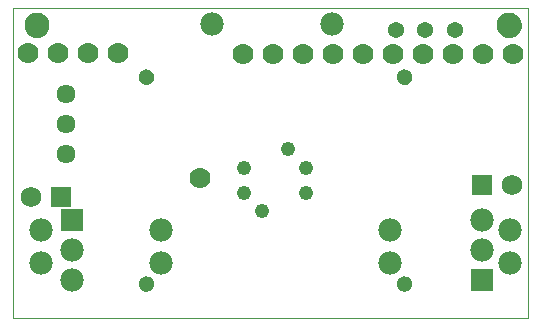
<source format=gbs>
G75*
%MOIN*%
%OFA0B0*%
%FSLAX25Y25*%
%IPPOS*%
%LPD*%
%AMOC8*
5,1,8,0,0,1.08239X$1,22.5*
%
%ADD10C,0.00000*%
%ADD11C,0.05124*%
%ADD12C,0.08274*%
%ADD13C,0.07000*%
%ADD14C,0.07800*%
%ADD15C,0.04762*%
%ADD16C,0.06337*%
%ADD17C,0.05400*%
%ADD18R,0.06900X0.06900*%
%ADD19C,0.06900*%
%ADD20R,0.07800X0.07800*%
D10*
X0003246Y0001374D02*
X0175057Y0001374D01*
X0175057Y0104917D01*
X0003246Y0104917D01*
X0003246Y0001374D01*
X0045246Y0012917D02*
X0045248Y0013014D01*
X0045254Y0013111D01*
X0045264Y0013207D01*
X0045278Y0013303D01*
X0045296Y0013399D01*
X0045317Y0013493D01*
X0045343Y0013587D01*
X0045372Y0013679D01*
X0045406Y0013770D01*
X0045442Y0013860D01*
X0045483Y0013948D01*
X0045527Y0014034D01*
X0045575Y0014119D01*
X0045626Y0014201D01*
X0045680Y0014282D01*
X0045738Y0014360D01*
X0045799Y0014435D01*
X0045862Y0014508D01*
X0045929Y0014579D01*
X0045999Y0014646D01*
X0046071Y0014711D01*
X0046146Y0014772D01*
X0046224Y0014831D01*
X0046303Y0014886D01*
X0046385Y0014938D01*
X0046469Y0014986D01*
X0046555Y0015031D01*
X0046643Y0015073D01*
X0046732Y0015111D01*
X0046823Y0015145D01*
X0046915Y0015175D01*
X0047008Y0015202D01*
X0047103Y0015224D01*
X0047198Y0015243D01*
X0047294Y0015258D01*
X0047390Y0015269D01*
X0047487Y0015276D01*
X0047584Y0015279D01*
X0047681Y0015278D01*
X0047778Y0015273D01*
X0047874Y0015264D01*
X0047970Y0015251D01*
X0048066Y0015234D01*
X0048161Y0015213D01*
X0048254Y0015189D01*
X0048347Y0015160D01*
X0048439Y0015128D01*
X0048529Y0015092D01*
X0048617Y0015053D01*
X0048704Y0015009D01*
X0048789Y0014963D01*
X0048872Y0014912D01*
X0048953Y0014859D01*
X0049031Y0014802D01*
X0049108Y0014742D01*
X0049181Y0014679D01*
X0049252Y0014613D01*
X0049320Y0014544D01*
X0049386Y0014472D01*
X0049448Y0014398D01*
X0049507Y0014321D01*
X0049563Y0014242D01*
X0049616Y0014160D01*
X0049666Y0014077D01*
X0049711Y0013991D01*
X0049754Y0013904D01*
X0049793Y0013815D01*
X0049828Y0013725D01*
X0049859Y0013633D01*
X0049886Y0013540D01*
X0049910Y0013446D01*
X0049930Y0013351D01*
X0049946Y0013255D01*
X0049958Y0013159D01*
X0049966Y0013062D01*
X0049970Y0012965D01*
X0049970Y0012869D01*
X0049966Y0012772D01*
X0049958Y0012675D01*
X0049946Y0012579D01*
X0049930Y0012483D01*
X0049910Y0012388D01*
X0049886Y0012294D01*
X0049859Y0012201D01*
X0049828Y0012109D01*
X0049793Y0012019D01*
X0049754Y0011930D01*
X0049711Y0011843D01*
X0049666Y0011757D01*
X0049616Y0011674D01*
X0049563Y0011592D01*
X0049507Y0011513D01*
X0049448Y0011436D01*
X0049386Y0011362D01*
X0049320Y0011290D01*
X0049252Y0011221D01*
X0049181Y0011155D01*
X0049108Y0011092D01*
X0049031Y0011032D01*
X0048953Y0010975D01*
X0048872Y0010922D01*
X0048789Y0010871D01*
X0048704Y0010825D01*
X0048617Y0010781D01*
X0048529Y0010742D01*
X0048439Y0010706D01*
X0048347Y0010674D01*
X0048254Y0010645D01*
X0048161Y0010621D01*
X0048066Y0010600D01*
X0047970Y0010583D01*
X0047874Y0010570D01*
X0047778Y0010561D01*
X0047681Y0010556D01*
X0047584Y0010555D01*
X0047487Y0010558D01*
X0047390Y0010565D01*
X0047294Y0010576D01*
X0047198Y0010591D01*
X0047103Y0010610D01*
X0047008Y0010632D01*
X0046915Y0010659D01*
X0046823Y0010689D01*
X0046732Y0010723D01*
X0046643Y0010761D01*
X0046555Y0010803D01*
X0046469Y0010848D01*
X0046385Y0010896D01*
X0046303Y0010948D01*
X0046224Y0011003D01*
X0046146Y0011062D01*
X0046071Y0011123D01*
X0045999Y0011188D01*
X0045929Y0011255D01*
X0045862Y0011326D01*
X0045799Y0011399D01*
X0045738Y0011474D01*
X0045680Y0011552D01*
X0045626Y0011633D01*
X0045575Y0011715D01*
X0045527Y0011800D01*
X0045483Y0011886D01*
X0045442Y0011974D01*
X0045406Y0012064D01*
X0045372Y0012155D01*
X0045343Y0012247D01*
X0045317Y0012341D01*
X0045296Y0012435D01*
X0045278Y0012531D01*
X0045264Y0012627D01*
X0045254Y0012723D01*
X0045248Y0012820D01*
X0045246Y0012917D01*
X0131270Y0012917D02*
X0131272Y0013014D01*
X0131278Y0013111D01*
X0131288Y0013207D01*
X0131302Y0013303D01*
X0131320Y0013399D01*
X0131341Y0013493D01*
X0131367Y0013587D01*
X0131396Y0013679D01*
X0131430Y0013770D01*
X0131466Y0013860D01*
X0131507Y0013948D01*
X0131551Y0014034D01*
X0131599Y0014119D01*
X0131650Y0014201D01*
X0131704Y0014282D01*
X0131762Y0014360D01*
X0131823Y0014435D01*
X0131886Y0014508D01*
X0131953Y0014579D01*
X0132023Y0014646D01*
X0132095Y0014711D01*
X0132170Y0014772D01*
X0132248Y0014831D01*
X0132327Y0014886D01*
X0132409Y0014938D01*
X0132493Y0014986D01*
X0132579Y0015031D01*
X0132667Y0015073D01*
X0132756Y0015111D01*
X0132847Y0015145D01*
X0132939Y0015175D01*
X0133032Y0015202D01*
X0133127Y0015224D01*
X0133222Y0015243D01*
X0133318Y0015258D01*
X0133414Y0015269D01*
X0133511Y0015276D01*
X0133608Y0015279D01*
X0133705Y0015278D01*
X0133802Y0015273D01*
X0133898Y0015264D01*
X0133994Y0015251D01*
X0134090Y0015234D01*
X0134185Y0015213D01*
X0134278Y0015189D01*
X0134371Y0015160D01*
X0134463Y0015128D01*
X0134553Y0015092D01*
X0134641Y0015053D01*
X0134728Y0015009D01*
X0134813Y0014963D01*
X0134896Y0014912D01*
X0134977Y0014859D01*
X0135055Y0014802D01*
X0135132Y0014742D01*
X0135205Y0014679D01*
X0135276Y0014613D01*
X0135344Y0014544D01*
X0135410Y0014472D01*
X0135472Y0014398D01*
X0135531Y0014321D01*
X0135587Y0014242D01*
X0135640Y0014160D01*
X0135690Y0014077D01*
X0135735Y0013991D01*
X0135778Y0013904D01*
X0135817Y0013815D01*
X0135852Y0013725D01*
X0135883Y0013633D01*
X0135910Y0013540D01*
X0135934Y0013446D01*
X0135954Y0013351D01*
X0135970Y0013255D01*
X0135982Y0013159D01*
X0135990Y0013062D01*
X0135994Y0012965D01*
X0135994Y0012869D01*
X0135990Y0012772D01*
X0135982Y0012675D01*
X0135970Y0012579D01*
X0135954Y0012483D01*
X0135934Y0012388D01*
X0135910Y0012294D01*
X0135883Y0012201D01*
X0135852Y0012109D01*
X0135817Y0012019D01*
X0135778Y0011930D01*
X0135735Y0011843D01*
X0135690Y0011757D01*
X0135640Y0011674D01*
X0135587Y0011592D01*
X0135531Y0011513D01*
X0135472Y0011436D01*
X0135410Y0011362D01*
X0135344Y0011290D01*
X0135276Y0011221D01*
X0135205Y0011155D01*
X0135132Y0011092D01*
X0135055Y0011032D01*
X0134977Y0010975D01*
X0134896Y0010922D01*
X0134813Y0010871D01*
X0134728Y0010825D01*
X0134641Y0010781D01*
X0134553Y0010742D01*
X0134463Y0010706D01*
X0134371Y0010674D01*
X0134278Y0010645D01*
X0134185Y0010621D01*
X0134090Y0010600D01*
X0133994Y0010583D01*
X0133898Y0010570D01*
X0133802Y0010561D01*
X0133705Y0010556D01*
X0133608Y0010555D01*
X0133511Y0010558D01*
X0133414Y0010565D01*
X0133318Y0010576D01*
X0133222Y0010591D01*
X0133127Y0010610D01*
X0133032Y0010632D01*
X0132939Y0010659D01*
X0132847Y0010689D01*
X0132756Y0010723D01*
X0132667Y0010761D01*
X0132579Y0010803D01*
X0132493Y0010848D01*
X0132409Y0010896D01*
X0132327Y0010948D01*
X0132248Y0011003D01*
X0132170Y0011062D01*
X0132095Y0011123D01*
X0132023Y0011188D01*
X0131953Y0011255D01*
X0131886Y0011326D01*
X0131823Y0011399D01*
X0131762Y0011474D01*
X0131704Y0011552D01*
X0131650Y0011633D01*
X0131599Y0011715D01*
X0131551Y0011800D01*
X0131507Y0011886D01*
X0131466Y0011974D01*
X0131430Y0012064D01*
X0131396Y0012155D01*
X0131367Y0012247D01*
X0131341Y0012341D01*
X0131320Y0012435D01*
X0131302Y0012531D01*
X0131288Y0012627D01*
X0131278Y0012723D01*
X0131272Y0012820D01*
X0131270Y0012917D01*
X0131270Y0081815D02*
X0131272Y0081912D01*
X0131278Y0082009D01*
X0131288Y0082105D01*
X0131302Y0082201D01*
X0131320Y0082297D01*
X0131341Y0082391D01*
X0131367Y0082485D01*
X0131396Y0082577D01*
X0131430Y0082668D01*
X0131466Y0082758D01*
X0131507Y0082846D01*
X0131551Y0082932D01*
X0131599Y0083017D01*
X0131650Y0083099D01*
X0131704Y0083180D01*
X0131762Y0083258D01*
X0131823Y0083333D01*
X0131886Y0083406D01*
X0131953Y0083477D01*
X0132023Y0083544D01*
X0132095Y0083609D01*
X0132170Y0083670D01*
X0132248Y0083729D01*
X0132327Y0083784D01*
X0132409Y0083836D01*
X0132493Y0083884D01*
X0132579Y0083929D01*
X0132667Y0083971D01*
X0132756Y0084009D01*
X0132847Y0084043D01*
X0132939Y0084073D01*
X0133032Y0084100D01*
X0133127Y0084122D01*
X0133222Y0084141D01*
X0133318Y0084156D01*
X0133414Y0084167D01*
X0133511Y0084174D01*
X0133608Y0084177D01*
X0133705Y0084176D01*
X0133802Y0084171D01*
X0133898Y0084162D01*
X0133994Y0084149D01*
X0134090Y0084132D01*
X0134185Y0084111D01*
X0134278Y0084087D01*
X0134371Y0084058D01*
X0134463Y0084026D01*
X0134553Y0083990D01*
X0134641Y0083951D01*
X0134728Y0083907D01*
X0134813Y0083861D01*
X0134896Y0083810D01*
X0134977Y0083757D01*
X0135055Y0083700D01*
X0135132Y0083640D01*
X0135205Y0083577D01*
X0135276Y0083511D01*
X0135344Y0083442D01*
X0135410Y0083370D01*
X0135472Y0083296D01*
X0135531Y0083219D01*
X0135587Y0083140D01*
X0135640Y0083058D01*
X0135690Y0082975D01*
X0135735Y0082889D01*
X0135778Y0082802D01*
X0135817Y0082713D01*
X0135852Y0082623D01*
X0135883Y0082531D01*
X0135910Y0082438D01*
X0135934Y0082344D01*
X0135954Y0082249D01*
X0135970Y0082153D01*
X0135982Y0082057D01*
X0135990Y0081960D01*
X0135994Y0081863D01*
X0135994Y0081767D01*
X0135990Y0081670D01*
X0135982Y0081573D01*
X0135970Y0081477D01*
X0135954Y0081381D01*
X0135934Y0081286D01*
X0135910Y0081192D01*
X0135883Y0081099D01*
X0135852Y0081007D01*
X0135817Y0080917D01*
X0135778Y0080828D01*
X0135735Y0080741D01*
X0135690Y0080655D01*
X0135640Y0080572D01*
X0135587Y0080490D01*
X0135531Y0080411D01*
X0135472Y0080334D01*
X0135410Y0080260D01*
X0135344Y0080188D01*
X0135276Y0080119D01*
X0135205Y0080053D01*
X0135132Y0079990D01*
X0135055Y0079930D01*
X0134977Y0079873D01*
X0134896Y0079820D01*
X0134813Y0079769D01*
X0134728Y0079723D01*
X0134641Y0079679D01*
X0134553Y0079640D01*
X0134463Y0079604D01*
X0134371Y0079572D01*
X0134278Y0079543D01*
X0134185Y0079519D01*
X0134090Y0079498D01*
X0133994Y0079481D01*
X0133898Y0079468D01*
X0133802Y0079459D01*
X0133705Y0079454D01*
X0133608Y0079453D01*
X0133511Y0079456D01*
X0133414Y0079463D01*
X0133318Y0079474D01*
X0133222Y0079489D01*
X0133127Y0079508D01*
X0133032Y0079530D01*
X0132939Y0079557D01*
X0132847Y0079587D01*
X0132756Y0079621D01*
X0132667Y0079659D01*
X0132579Y0079701D01*
X0132493Y0079746D01*
X0132409Y0079794D01*
X0132327Y0079846D01*
X0132248Y0079901D01*
X0132170Y0079960D01*
X0132095Y0080021D01*
X0132023Y0080086D01*
X0131953Y0080153D01*
X0131886Y0080224D01*
X0131823Y0080297D01*
X0131762Y0080372D01*
X0131704Y0080450D01*
X0131650Y0080531D01*
X0131599Y0080613D01*
X0131551Y0080698D01*
X0131507Y0080784D01*
X0131466Y0080872D01*
X0131430Y0080962D01*
X0131396Y0081053D01*
X0131367Y0081145D01*
X0131341Y0081239D01*
X0131320Y0081333D01*
X0131302Y0081429D01*
X0131288Y0081525D01*
X0131278Y0081621D01*
X0131272Y0081718D01*
X0131270Y0081815D01*
X0164663Y0099012D02*
X0164665Y0099137D01*
X0164671Y0099262D01*
X0164681Y0099386D01*
X0164695Y0099510D01*
X0164712Y0099634D01*
X0164734Y0099757D01*
X0164760Y0099879D01*
X0164789Y0100001D01*
X0164822Y0100121D01*
X0164860Y0100240D01*
X0164900Y0100359D01*
X0164945Y0100475D01*
X0164993Y0100590D01*
X0165045Y0100704D01*
X0165101Y0100816D01*
X0165160Y0100926D01*
X0165222Y0101034D01*
X0165288Y0101141D01*
X0165357Y0101245D01*
X0165430Y0101346D01*
X0165505Y0101446D01*
X0165584Y0101543D01*
X0165666Y0101637D01*
X0165751Y0101729D01*
X0165838Y0101818D01*
X0165929Y0101904D01*
X0166022Y0101987D01*
X0166118Y0102068D01*
X0166216Y0102145D01*
X0166316Y0102219D01*
X0166419Y0102290D01*
X0166524Y0102357D01*
X0166632Y0102422D01*
X0166741Y0102482D01*
X0166852Y0102540D01*
X0166965Y0102593D01*
X0167079Y0102643D01*
X0167195Y0102690D01*
X0167312Y0102732D01*
X0167431Y0102771D01*
X0167551Y0102807D01*
X0167672Y0102838D01*
X0167794Y0102866D01*
X0167916Y0102889D01*
X0168040Y0102909D01*
X0168164Y0102925D01*
X0168288Y0102937D01*
X0168413Y0102945D01*
X0168538Y0102949D01*
X0168662Y0102949D01*
X0168787Y0102945D01*
X0168912Y0102937D01*
X0169036Y0102925D01*
X0169160Y0102909D01*
X0169284Y0102889D01*
X0169406Y0102866D01*
X0169528Y0102838D01*
X0169649Y0102807D01*
X0169769Y0102771D01*
X0169888Y0102732D01*
X0170005Y0102690D01*
X0170121Y0102643D01*
X0170235Y0102593D01*
X0170348Y0102540D01*
X0170459Y0102482D01*
X0170569Y0102422D01*
X0170676Y0102357D01*
X0170781Y0102290D01*
X0170884Y0102219D01*
X0170984Y0102145D01*
X0171082Y0102068D01*
X0171178Y0101987D01*
X0171271Y0101904D01*
X0171362Y0101818D01*
X0171449Y0101729D01*
X0171534Y0101637D01*
X0171616Y0101543D01*
X0171695Y0101446D01*
X0171770Y0101346D01*
X0171843Y0101245D01*
X0171912Y0101141D01*
X0171978Y0101034D01*
X0172040Y0100926D01*
X0172099Y0100816D01*
X0172155Y0100704D01*
X0172207Y0100590D01*
X0172255Y0100475D01*
X0172300Y0100359D01*
X0172340Y0100240D01*
X0172378Y0100121D01*
X0172411Y0100001D01*
X0172440Y0099879D01*
X0172466Y0099757D01*
X0172488Y0099634D01*
X0172505Y0099510D01*
X0172519Y0099386D01*
X0172529Y0099262D01*
X0172535Y0099137D01*
X0172537Y0099012D01*
X0172535Y0098887D01*
X0172529Y0098762D01*
X0172519Y0098638D01*
X0172505Y0098514D01*
X0172488Y0098390D01*
X0172466Y0098267D01*
X0172440Y0098145D01*
X0172411Y0098023D01*
X0172378Y0097903D01*
X0172340Y0097784D01*
X0172300Y0097665D01*
X0172255Y0097549D01*
X0172207Y0097434D01*
X0172155Y0097320D01*
X0172099Y0097208D01*
X0172040Y0097098D01*
X0171978Y0096990D01*
X0171912Y0096883D01*
X0171843Y0096779D01*
X0171770Y0096678D01*
X0171695Y0096578D01*
X0171616Y0096481D01*
X0171534Y0096387D01*
X0171449Y0096295D01*
X0171362Y0096206D01*
X0171271Y0096120D01*
X0171178Y0096037D01*
X0171082Y0095956D01*
X0170984Y0095879D01*
X0170884Y0095805D01*
X0170781Y0095734D01*
X0170676Y0095667D01*
X0170568Y0095602D01*
X0170459Y0095542D01*
X0170348Y0095484D01*
X0170235Y0095431D01*
X0170121Y0095381D01*
X0170005Y0095334D01*
X0169888Y0095292D01*
X0169769Y0095253D01*
X0169649Y0095217D01*
X0169528Y0095186D01*
X0169406Y0095158D01*
X0169284Y0095135D01*
X0169160Y0095115D01*
X0169036Y0095099D01*
X0168912Y0095087D01*
X0168787Y0095079D01*
X0168662Y0095075D01*
X0168538Y0095075D01*
X0168413Y0095079D01*
X0168288Y0095087D01*
X0168164Y0095099D01*
X0168040Y0095115D01*
X0167916Y0095135D01*
X0167794Y0095158D01*
X0167672Y0095186D01*
X0167551Y0095217D01*
X0167431Y0095253D01*
X0167312Y0095292D01*
X0167195Y0095334D01*
X0167079Y0095381D01*
X0166965Y0095431D01*
X0166852Y0095484D01*
X0166741Y0095542D01*
X0166631Y0095602D01*
X0166524Y0095667D01*
X0166419Y0095734D01*
X0166316Y0095805D01*
X0166216Y0095879D01*
X0166118Y0095956D01*
X0166022Y0096037D01*
X0165929Y0096120D01*
X0165838Y0096206D01*
X0165751Y0096295D01*
X0165666Y0096387D01*
X0165584Y0096481D01*
X0165505Y0096578D01*
X0165430Y0096678D01*
X0165357Y0096779D01*
X0165288Y0096883D01*
X0165222Y0096990D01*
X0165160Y0097098D01*
X0165101Y0097208D01*
X0165045Y0097320D01*
X0164993Y0097434D01*
X0164945Y0097549D01*
X0164900Y0097665D01*
X0164860Y0097784D01*
X0164822Y0097903D01*
X0164789Y0098023D01*
X0164760Y0098145D01*
X0164734Y0098267D01*
X0164712Y0098390D01*
X0164695Y0098514D01*
X0164681Y0098638D01*
X0164671Y0098762D01*
X0164665Y0098887D01*
X0164663Y0099012D01*
X0045246Y0081815D02*
X0045248Y0081912D01*
X0045254Y0082009D01*
X0045264Y0082105D01*
X0045278Y0082201D01*
X0045296Y0082297D01*
X0045317Y0082391D01*
X0045343Y0082485D01*
X0045372Y0082577D01*
X0045406Y0082668D01*
X0045442Y0082758D01*
X0045483Y0082846D01*
X0045527Y0082932D01*
X0045575Y0083017D01*
X0045626Y0083099D01*
X0045680Y0083180D01*
X0045738Y0083258D01*
X0045799Y0083333D01*
X0045862Y0083406D01*
X0045929Y0083477D01*
X0045999Y0083544D01*
X0046071Y0083609D01*
X0046146Y0083670D01*
X0046224Y0083729D01*
X0046303Y0083784D01*
X0046385Y0083836D01*
X0046469Y0083884D01*
X0046555Y0083929D01*
X0046643Y0083971D01*
X0046732Y0084009D01*
X0046823Y0084043D01*
X0046915Y0084073D01*
X0047008Y0084100D01*
X0047103Y0084122D01*
X0047198Y0084141D01*
X0047294Y0084156D01*
X0047390Y0084167D01*
X0047487Y0084174D01*
X0047584Y0084177D01*
X0047681Y0084176D01*
X0047778Y0084171D01*
X0047874Y0084162D01*
X0047970Y0084149D01*
X0048066Y0084132D01*
X0048161Y0084111D01*
X0048254Y0084087D01*
X0048347Y0084058D01*
X0048439Y0084026D01*
X0048529Y0083990D01*
X0048617Y0083951D01*
X0048704Y0083907D01*
X0048789Y0083861D01*
X0048872Y0083810D01*
X0048953Y0083757D01*
X0049031Y0083700D01*
X0049108Y0083640D01*
X0049181Y0083577D01*
X0049252Y0083511D01*
X0049320Y0083442D01*
X0049386Y0083370D01*
X0049448Y0083296D01*
X0049507Y0083219D01*
X0049563Y0083140D01*
X0049616Y0083058D01*
X0049666Y0082975D01*
X0049711Y0082889D01*
X0049754Y0082802D01*
X0049793Y0082713D01*
X0049828Y0082623D01*
X0049859Y0082531D01*
X0049886Y0082438D01*
X0049910Y0082344D01*
X0049930Y0082249D01*
X0049946Y0082153D01*
X0049958Y0082057D01*
X0049966Y0081960D01*
X0049970Y0081863D01*
X0049970Y0081767D01*
X0049966Y0081670D01*
X0049958Y0081573D01*
X0049946Y0081477D01*
X0049930Y0081381D01*
X0049910Y0081286D01*
X0049886Y0081192D01*
X0049859Y0081099D01*
X0049828Y0081007D01*
X0049793Y0080917D01*
X0049754Y0080828D01*
X0049711Y0080741D01*
X0049666Y0080655D01*
X0049616Y0080572D01*
X0049563Y0080490D01*
X0049507Y0080411D01*
X0049448Y0080334D01*
X0049386Y0080260D01*
X0049320Y0080188D01*
X0049252Y0080119D01*
X0049181Y0080053D01*
X0049108Y0079990D01*
X0049031Y0079930D01*
X0048953Y0079873D01*
X0048872Y0079820D01*
X0048789Y0079769D01*
X0048704Y0079723D01*
X0048617Y0079679D01*
X0048529Y0079640D01*
X0048439Y0079604D01*
X0048347Y0079572D01*
X0048254Y0079543D01*
X0048161Y0079519D01*
X0048066Y0079498D01*
X0047970Y0079481D01*
X0047874Y0079468D01*
X0047778Y0079459D01*
X0047681Y0079454D01*
X0047584Y0079453D01*
X0047487Y0079456D01*
X0047390Y0079463D01*
X0047294Y0079474D01*
X0047198Y0079489D01*
X0047103Y0079508D01*
X0047008Y0079530D01*
X0046915Y0079557D01*
X0046823Y0079587D01*
X0046732Y0079621D01*
X0046643Y0079659D01*
X0046555Y0079701D01*
X0046469Y0079746D01*
X0046385Y0079794D01*
X0046303Y0079846D01*
X0046224Y0079901D01*
X0046146Y0079960D01*
X0046071Y0080021D01*
X0045999Y0080086D01*
X0045929Y0080153D01*
X0045862Y0080224D01*
X0045799Y0080297D01*
X0045738Y0080372D01*
X0045680Y0080450D01*
X0045626Y0080531D01*
X0045575Y0080613D01*
X0045527Y0080698D01*
X0045483Y0080784D01*
X0045442Y0080872D01*
X0045406Y0080962D01*
X0045372Y0081053D01*
X0045343Y0081145D01*
X0045317Y0081239D01*
X0045296Y0081333D01*
X0045278Y0081429D01*
X0045264Y0081525D01*
X0045254Y0081621D01*
X0045248Y0081718D01*
X0045246Y0081815D01*
X0007183Y0099012D02*
X0007185Y0099137D01*
X0007191Y0099262D01*
X0007201Y0099386D01*
X0007215Y0099510D01*
X0007232Y0099634D01*
X0007254Y0099757D01*
X0007280Y0099879D01*
X0007309Y0100001D01*
X0007342Y0100121D01*
X0007380Y0100240D01*
X0007420Y0100359D01*
X0007465Y0100475D01*
X0007513Y0100590D01*
X0007565Y0100704D01*
X0007621Y0100816D01*
X0007680Y0100926D01*
X0007742Y0101034D01*
X0007808Y0101141D01*
X0007877Y0101245D01*
X0007950Y0101346D01*
X0008025Y0101446D01*
X0008104Y0101543D01*
X0008186Y0101637D01*
X0008271Y0101729D01*
X0008358Y0101818D01*
X0008449Y0101904D01*
X0008542Y0101987D01*
X0008638Y0102068D01*
X0008736Y0102145D01*
X0008836Y0102219D01*
X0008939Y0102290D01*
X0009044Y0102357D01*
X0009152Y0102422D01*
X0009261Y0102482D01*
X0009372Y0102540D01*
X0009485Y0102593D01*
X0009599Y0102643D01*
X0009715Y0102690D01*
X0009832Y0102732D01*
X0009951Y0102771D01*
X0010071Y0102807D01*
X0010192Y0102838D01*
X0010314Y0102866D01*
X0010436Y0102889D01*
X0010560Y0102909D01*
X0010684Y0102925D01*
X0010808Y0102937D01*
X0010933Y0102945D01*
X0011058Y0102949D01*
X0011182Y0102949D01*
X0011307Y0102945D01*
X0011432Y0102937D01*
X0011556Y0102925D01*
X0011680Y0102909D01*
X0011804Y0102889D01*
X0011926Y0102866D01*
X0012048Y0102838D01*
X0012169Y0102807D01*
X0012289Y0102771D01*
X0012408Y0102732D01*
X0012525Y0102690D01*
X0012641Y0102643D01*
X0012755Y0102593D01*
X0012868Y0102540D01*
X0012979Y0102482D01*
X0013089Y0102422D01*
X0013196Y0102357D01*
X0013301Y0102290D01*
X0013404Y0102219D01*
X0013504Y0102145D01*
X0013602Y0102068D01*
X0013698Y0101987D01*
X0013791Y0101904D01*
X0013882Y0101818D01*
X0013969Y0101729D01*
X0014054Y0101637D01*
X0014136Y0101543D01*
X0014215Y0101446D01*
X0014290Y0101346D01*
X0014363Y0101245D01*
X0014432Y0101141D01*
X0014498Y0101034D01*
X0014560Y0100926D01*
X0014619Y0100816D01*
X0014675Y0100704D01*
X0014727Y0100590D01*
X0014775Y0100475D01*
X0014820Y0100359D01*
X0014860Y0100240D01*
X0014898Y0100121D01*
X0014931Y0100001D01*
X0014960Y0099879D01*
X0014986Y0099757D01*
X0015008Y0099634D01*
X0015025Y0099510D01*
X0015039Y0099386D01*
X0015049Y0099262D01*
X0015055Y0099137D01*
X0015057Y0099012D01*
X0015055Y0098887D01*
X0015049Y0098762D01*
X0015039Y0098638D01*
X0015025Y0098514D01*
X0015008Y0098390D01*
X0014986Y0098267D01*
X0014960Y0098145D01*
X0014931Y0098023D01*
X0014898Y0097903D01*
X0014860Y0097784D01*
X0014820Y0097665D01*
X0014775Y0097549D01*
X0014727Y0097434D01*
X0014675Y0097320D01*
X0014619Y0097208D01*
X0014560Y0097098D01*
X0014498Y0096990D01*
X0014432Y0096883D01*
X0014363Y0096779D01*
X0014290Y0096678D01*
X0014215Y0096578D01*
X0014136Y0096481D01*
X0014054Y0096387D01*
X0013969Y0096295D01*
X0013882Y0096206D01*
X0013791Y0096120D01*
X0013698Y0096037D01*
X0013602Y0095956D01*
X0013504Y0095879D01*
X0013404Y0095805D01*
X0013301Y0095734D01*
X0013196Y0095667D01*
X0013088Y0095602D01*
X0012979Y0095542D01*
X0012868Y0095484D01*
X0012755Y0095431D01*
X0012641Y0095381D01*
X0012525Y0095334D01*
X0012408Y0095292D01*
X0012289Y0095253D01*
X0012169Y0095217D01*
X0012048Y0095186D01*
X0011926Y0095158D01*
X0011804Y0095135D01*
X0011680Y0095115D01*
X0011556Y0095099D01*
X0011432Y0095087D01*
X0011307Y0095079D01*
X0011182Y0095075D01*
X0011058Y0095075D01*
X0010933Y0095079D01*
X0010808Y0095087D01*
X0010684Y0095099D01*
X0010560Y0095115D01*
X0010436Y0095135D01*
X0010314Y0095158D01*
X0010192Y0095186D01*
X0010071Y0095217D01*
X0009951Y0095253D01*
X0009832Y0095292D01*
X0009715Y0095334D01*
X0009599Y0095381D01*
X0009485Y0095431D01*
X0009372Y0095484D01*
X0009261Y0095542D01*
X0009151Y0095602D01*
X0009044Y0095667D01*
X0008939Y0095734D01*
X0008836Y0095805D01*
X0008736Y0095879D01*
X0008638Y0095956D01*
X0008542Y0096037D01*
X0008449Y0096120D01*
X0008358Y0096206D01*
X0008271Y0096295D01*
X0008186Y0096387D01*
X0008104Y0096481D01*
X0008025Y0096578D01*
X0007950Y0096678D01*
X0007877Y0096779D01*
X0007808Y0096883D01*
X0007742Y0096990D01*
X0007680Y0097098D01*
X0007621Y0097208D01*
X0007565Y0097320D01*
X0007513Y0097434D01*
X0007465Y0097549D01*
X0007420Y0097665D01*
X0007380Y0097784D01*
X0007342Y0097903D01*
X0007309Y0098023D01*
X0007280Y0098145D01*
X0007254Y0098267D01*
X0007232Y0098390D01*
X0007215Y0098514D01*
X0007201Y0098638D01*
X0007191Y0098762D01*
X0007185Y0098887D01*
X0007183Y0099012D01*
D11*
X0047608Y0081815D03*
X0133632Y0081815D03*
X0133632Y0012917D03*
X0047608Y0012917D03*
D12*
X0011120Y0099012D03*
X0168600Y0099012D03*
D13*
X0170057Y0089366D03*
X0160057Y0089366D03*
X0150057Y0089366D03*
X0140057Y0089366D03*
X0130057Y0089366D03*
X0120057Y0089366D03*
X0110057Y0089366D03*
X0100057Y0089366D03*
X0090057Y0089366D03*
X0080057Y0089366D03*
X0038140Y0089866D03*
X0028140Y0089866D03*
X0018140Y0089866D03*
X0008140Y0089866D03*
X0065510Y0048185D03*
D14*
X0052683Y0030866D03*
X0052683Y0019866D03*
X0022983Y0023992D03*
X0012683Y0019866D03*
X0022983Y0013992D03*
X0012683Y0030866D03*
X0069557Y0099366D03*
X0109557Y0099366D03*
X0159757Y0033992D03*
X0169057Y0030866D03*
X0159757Y0023992D03*
X0169057Y0019866D03*
X0129057Y0019866D03*
X0129057Y0030866D03*
D15*
X0100920Y0043190D03*
X0100920Y0051542D03*
X0094796Y0057667D03*
X0080320Y0051542D03*
X0080320Y0043190D03*
X0086444Y0037066D03*
D16*
X0020872Y0055992D03*
X0020872Y0065992D03*
X0020872Y0075992D03*
D17*
X0130919Y0097311D03*
X0140762Y0097311D03*
X0150604Y0097311D03*
D18*
X0159557Y0045866D03*
X0019246Y0041866D03*
D19*
X0009246Y0041866D03*
X0169557Y0045866D03*
D20*
X0159757Y0013992D03*
X0022983Y0033992D03*
M02*

</source>
